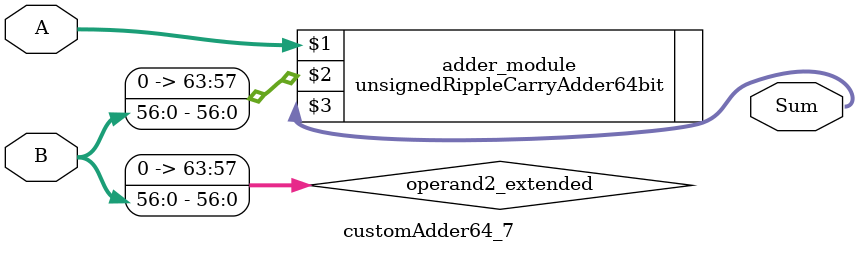
<source format=v>
module customAdder64_7(
                        input [63 : 0] A,
                        input [56 : 0] B,
                        
                        output [64 : 0] Sum
                );

        wire [63 : 0] operand2_extended;
        
        assign operand2_extended =  {7'b0, B};
        
        unsignedRippleCarryAdder64bit adder_module(
            A,
            operand2_extended,
            Sum
        );
        
        endmodule
        
</source>
